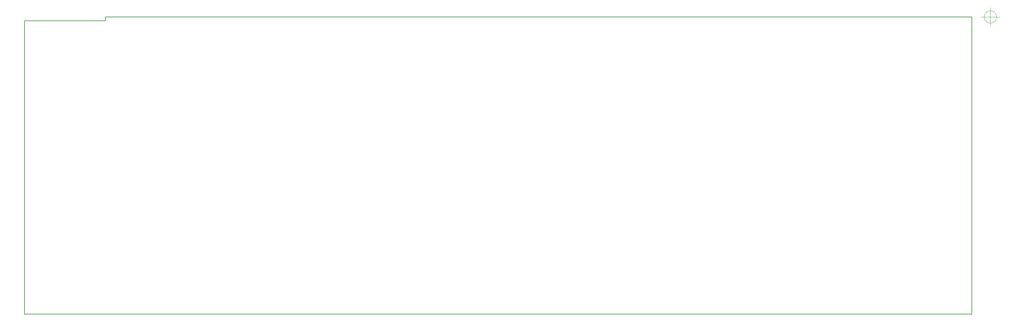
<source format=gbr>
%TF.GenerationSoftware,KiCad,Pcbnew,5.1.9-1.fc32*%
%TF.CreationDate,2021-03-28T01:57:51+02:00*%
%TF.ProjectId,lightController,6c696768-7443-46f6-9e74-726f6c6c6572,rev?*%
%TF.SameCoordinates,Original*%
%TF.FileFunction,Profile,NP*%
%FSLAX46Y46*%
G04 Gerber Fmt 4.6, Leading zero omitted, Abs format (unit mm)*
G04 Created by KiCad (PCBNEW 5.1.9-1.fc32) date 2021-03-28 01:57:51*
%MOMM*%
%LPD*%
G01*
G04 APERTURE LIST*
%TA.AperFunction,Profile*%
%ADD10C,0.150000*%
%TD*%
%TA.AperFunction,Profile*%
%ADD11C,0.050000*%
%TD*%
G04 APERTURE END LIST*
D10*
X41148000Y-50800000D02*
X41148000Y-51800000D01*
X19400000Y-51800000D02*
X41148000Y-51800000D01*
D11*
X281066666Y-50800000D02*
G75*
G03*
X281066666Y-50800000I-1666666J0D01*
G01*
X276900000Y-50800000D02*
X281900000Y-50800000D01*
X279400000Y-48300000D02*
X279400000Y-53300000D01*
D10*
X19400000Y-51800000D02*
X19400000Y-130800000D01*
X274400000Y-130800000D02*
X19400000Y-130800000D01*
X274400000Y-50800000D02*
X41148000Y-50800000D01*
X274400000Y-50800000D02*
X274400000Y-130800000D01*
M02*

</source>
